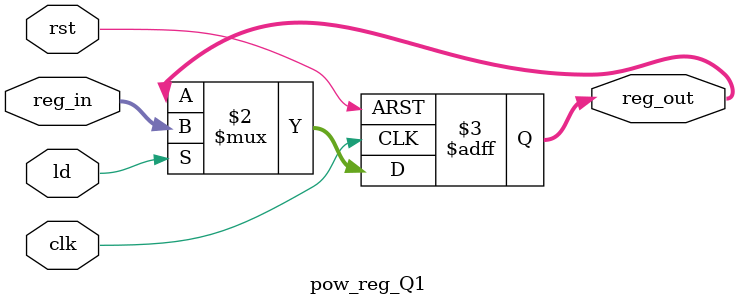
<source format=v>
`timescale 1ns/1ns
module pow_reg_Q1(input clk, rst, ld, input[15:0] reg_in, output reg[15:0] reg_out);
    always@(posedge clk, posedge rst) begin
        if(rst)
            reg_out <= 16'b0;
        else
            reg_out <= (ld) ? reg_in : reg_out;
    end
endmodule
</source>
